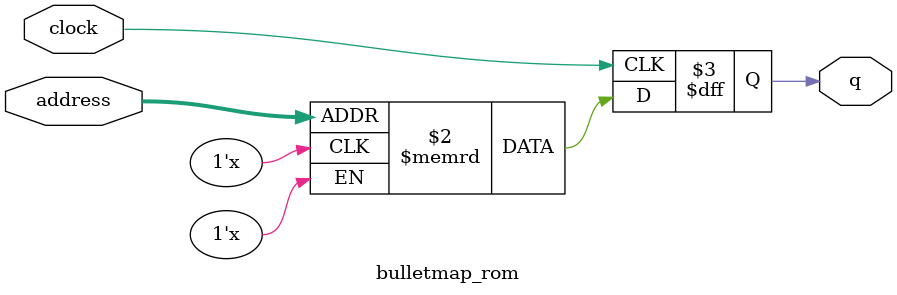
<source format=sv>
module bulletmap_rom (
	input logic clock,
	input logic [16:0] address,
	output logic [0:0] q
);

logic [0:0] memory [0:76799] /* synthesis ram_init_file = "./bulletmap/bulletmap.mif" */;

always_ff @ (posedge clock) begin
	q <= memory[address];
end

endmodule

</source>
